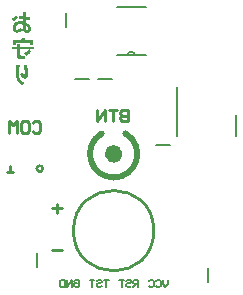
<source format=gbr>
%TF.GenerationSoftware,Altium Limited,Altium Designer,18.1.9 (240)*%
G04 Layer_Color=32896*
%FSLAX45Y45*%
%MOMM*%
%TF.FileFunction,Legend,Bot*%
%TF.Part,Single*%
G01*
G75*
%TA.AperFunction,NonConductor*%
%ADD18C,0.25400*%
%ADD31C,0.50000*%
%ADD32C,1.00000*%
%ADD33C,0.15240*%
%ADD34C,0.20000*%
G36*
X353005Y2506013D02*
X352137Y2503064D01*
X351097Y2499767D01*
X350229Y2496471D01*
X349362Y2493349D01*
X348668Y2490573D01*
X348321Y2489358D01*
X347974Y2488318D01*
X347800Y2487450D01*
X347627Y2486756D01*
X347453Y2486409D01*
Y2486236D01*
X417367D01*
Y2444600D01*
X390477D01*
Y2463336D01*
X276499D01*
Y2444600D01*
X249610D01*
Y2486236D01*
X316227D01*
X316921Y2489012D01*
X317615Y2491787D01*
X318135Y2494216D01*
X318829Y2496471D01*
X319349Y2498727D01*
X319696Y2500635D01*
X320217Y2502370D01*
X320564Y2503931D01*
X320911Y2505319D01*
X321258Y2506533D01*
X321605Y2507574D01*
X321778Y2508442D01*
X321952Y2509135D01*
Y2509656D01*
X322125Y2509829D01*
Y2510003D01*
X353005Y2506013D01*
D02*
G37*
G36*
X308767Y2433497D02*
X425000D01*
Y2409036D01*
X388048D01*
X403662Y2390474D01*
X396202Y2385096D01*
X388916Y2379544D01*
X382150Y2374166D01*
X378854Y2371391D01*
X375905Y2368962D01*
X372955Y2366533D01*
X370527Y2364451D01*
X368271Y2362370D01*
X366363Y2360808D01*
X364802Y2359420D01*
X363587Y2358380D01*
X362893Y2357686D01*
X362720Y2357512D01*
X344678Y2380759D01*
X352484Y2386484D01*
X359771Y2391688D01*
X363067Y2394290D01*
X366363Y2396546D01*
X369486Y2398801D01*
X372261Y2400709D01*
X374864Y2402617D01*
X377292Y2404179D01*
X379201Y2405567D01*
X380935Y2406781D01*
X382323Y2407822D01*
X383364Y2408516D01*
X384058Y2408863D01*
X384232Y2409036D01*
X308767D01*
Y2371391D01*
X308940Y2368442D01*
X309461Y2365839D01*
X310328Y2363584D01*
X311369Y2361502D01*
X312584Y2359941D01*
X314145Y2358553D01*
X315706Y2357339D01*
X317268Y2356471D01*
X318829Y2355777D01*
X320390Y2355257D01*
X321952Y2354910D01*
X323166Y2354736D01*
X324380Y2354563D01*
X325248Y2354389D01*
X330799D01*
X335657Y2354563D01*
X340514D01*
X344851Y2354736D01*
X346760D01*
X348494Y2354910D01*
X351444D01*
X352484Y2355083D01*
X354046D01*
X352831Y2350573D01*
X351617Y2346062D01*
X350576Y2341378D01*
X349535Y2337215D01*
X349015Y2335306D01*
X348668Y2333398D01*
X348321Y2331837D01*
X347974Y2330449D01*
X347800Y2329408D01*
X347627Y2328541D01*
X347453Y2328020D01*
Y2327847D01*
X310849Y2328541D01*
X308247Y2328714D01*
X305818Y2329061D01*
X301481Y2330102D01*
X297664Y2331490D01*
X294541Y2333051D01*
X292113Y2334613D01*
X290378Y2336000D01*
X289857Y2336521D01*
X289337Y2336868D01*
X288990Y2337215D01*
X287602Y2338776D01*
X286388Y2340684D01*
X284479Y2344675D01*
X283092Y2348838D01*
X282224Y2353002D01*
X281530Y2356645D01*
X281357Y2358380D01*
Y2359767D01*
X281183Y2360982D01*
Y2361849D01*
Y2362370D01*
Y2362543D01*
Y2409036D01*
X241629D01*
Y2433497D01*
X281183D01*
Y2455356D01*
X308767D01*
Y2433497D01*
D02*
G37*
G36*
X356803Y2684275D02*
X364436Y2683408D01*
X367906Y2683061D01*
X371375Y2682714D01*
X374498Y2682367D01*
X377621Y2682020D01*
X380396Y2681846D01*
X382999Y2681499D01*
X385254Y2681326D01*
X387509Y2681152D01*
X389244D01*
X390805Y2680979D01*
X392020D01*
X392887Y2680805D01*
X393581D01*
X391499Y2656865D01*
X387509Y2657212D01*
X383693Y2657385D01*
X380050Y2657732D01*
X376753Y2658079D01*
X373631Y2658253D01*
X370855Y2658600D01*
X368253Y2658773D01*
X365824Y2658947D01*
X363742Y2659294D01*
X362007Y2659467D01*
X360446Y2659641D01*
X359058D01*
X358191Y2659814D01*
X357323Y2659988D01*
X356803D01*
Y2636567D01*
X360620Y2634659D01*
X364089Y2632751D01*
X367559Y2630843D01*
X370508Y2628761D01*
X373457Y2626853D01*
X376059Y2624771D01*
X378488Y2622862D01*
X380570Y2620954D01*
X382478Y2619219D01*
X384213Y2617658D01*
X385601Y2616270D01*
X386815Y2615056D01*
X387683Y2614015D01*
X388377Y2613321D01*
X388724Y2612800D01*
X388897Y2612627D01*
X390805Y2609851D01*
X392540Y2607249D01*
X394102Y2604473D01*
X395316Y2601871D01*
X396357Y2599442D01*
X397224Y2596840D01*
X398612Y2592330D01*
X399133Y2590421D01*
X399480Y2588513D01*
X399653Y2586952D01*
X399826Y2585564D01*
X400000Y2584523D01*
Y2583655D01*
Y2583135D01*
Y2582962D01*
X399826Y2580186D01*
X399653Y2577757D01*
X398612Y2573073D01*
X397051Y2568910D01*
X395316Y2565613D01*
X394449Y2564052D01*
X393581Y2562838D01*
X392714Y2561797D01*
X392020Y2560756D01*
X391499Y2560062D01*
X390979Y2559541D01*
X390805Y2559368D01*
X390632Y2559195D01*
X388724Y2557633D01*
X386815Y2556245D01*
X384734Y2554857D01*
X382652Y2553817D01*
X378488Y2552255D01*
X374325Y2551214D01*
X372590Y2550694D01*
X370855Y2550520D01*
X369294Y2550347D01*
X367906Y2550173D01*
X366865Y2550000D01*
X365304D01*
X362528Y2550173D01*
X359752Y2550347D01*
X354895Y2551561D01*
X350731Y2552949D01*
X348996Y2553817D01*
X347261Y2554857D01*
X345874Y2555725D01*
X344486Y2556592D01*
X343445Y2557286D01*
X342404Y2557980D01*
X341710Y2558674D01*
X341190Y2559195D01*
X341016Y2559368D01*
X340843Y2559541D01*
X339281Y2561450D01*
X337893Y2563358D01*
X336679Y2565440D01*
X335638Y2567522D01*
X334077Y2571859D01*
X332862Y2576022D01*
X332515Y2577931D01*
X332342Y2579839D01*
X332168Y2581400D01*
X331995Y2582788D01*
X331822Y2584002D01*
Y2584870D01*
Y2585390D01*
Y2585564D01*
Y2619740D01*
X327138Y2621128D01*
X322627Y2622168D01*
X318463Y2622862D01*
X314647Y2623383D01*
X313085Y2623556D01*
X311524Y2623730D01*
X310310D01*
X309269Y2623903D01*
X307187D01*
X304064Y2623730D01*
X301289Y2623556D01*
X295911Y2622515D01*
X293482Y2621822D01*
X291400Y2621128D01*
X289318Y2620434D01*
X287410Y2619566D01*
X285849Y2618699D01*
X284461Y2618005D01*
X283247Y2617311D01*
X282206Y2616617D01*
X281338Y2616097D01*
X280818Y2615576D01*
X280471Y2615403D01*
X280297Y2615229D01*
X278563Y2613668D01*
X276828Y2611933D01*
X275613Y2610198D01*
X274399Y2608637D01*
X273358Y2606902D01*
X272491Y2605167D01*
X271276Y2602218D01*
X270582Y2599442D01*
X270409Y2598401D01*
X270235Y2597361D01*
X270062Y2596493D01*
Y2595973D01*
Y2595626D01*
Y2595452D01*
X270235Y2592503D01*
X270756Y2589901D01*
X271450Y2587646D01*
X272144Y2585564D01*
X272838Y2584002D01*
X273532Y2582962D01*
X274052Y2582094D01*
X274226Y2581921D01*
X275787Y2580186D01*
X277522Y2578798D01*
X279430Y2577931D01*
X281165Y2577237D01*
X282553Y2576890D01*
X283941Y2576716D01*
X284634Y2576543D01*
X284981D01*
X287237Y2576716D01*
X289492Y2577410D01*
X291747Y2578278D01*
X294176Y2579318D01*
X296431Y2580706D01*
X298686Y2582268D01*
X303024Y2585737D01*
X305105Y2587299D01*
X306840Y2589033D01*
X308401Y2590595D01*
X309789Y2591983D01*
X311004Y2593024D01*
X311871Y2594064D01*
X312392Y2594585D01*
X312565Y2594758D01*
X328699Y2576196D01*
X324709Y2571859D01*
X320719Y2568042D01*
X316555Y2564919D01*
X312565Y2562144D01*
X308748Y2559715D01*
X304932Y2557633D01*
X301289Y2556072D01*
X297993Y2554857D01*
X294870Y2553817D01*
X291921Y2552949D01*
X289318Y2552429D01*
X287237Y2552082D01*
X285502Y2551908D01*
X284114Y2551735D01*
X283073D01*
X279950Y2551908D01*
X277001Y2552255D01*
X274226Y2552949D01*
X271797Y2553643D01*
X269368Y2554511D01*
X267113Y2555551D01*
X265031Y2556766D01*
X263123Y2557980D01*
X261388Y2559021D01*
X260000Y2560235D01*
X258786Y2561276D01*
X257745Y2562144D01*
X256877Y2562838D01*
X256357Y2563532D01*
X256010Y2563879D01*
X255836Y2564052D01*
X253928Y2566481D01*
X252367Y2568910D01*
X250979Y2571512D01*
X249765Y2574114D01*
X248724Y2576716D01*
X247856Y2579318D01*
X246642Y2584176D01*
X246121Y2586431D01*
X245774Y2588340D01*
X245601Y2590248D01*
X245428Y2591809D01*
X245254Y2593197D01*
Y2594064D01*
Y2594758D01*
Y2594932D01*
X245428Y2599095D01*
X245948Y2603085D01*
X246815Y2606902D01*
X247856Y2610372D01*
X249244Y2613668D01*
X250632Y2616791D01*
X252193Y2619740D01*
X253755Y2622342D01*
X255489Y2624771D01*
X257051Y2626853D01*
X258439Y2628587D01*
X259653Y2630149D01*
X260867Y2631363D01*
X261735Y2632230D01*
X262255Y2632751D01*
X262429Y2632924D01*
X265725Y2635700D01*
X269195Y2638129D01*
X272664Y2640211D01*
X276307Y2641945D01*
X279950Y2643507D01*
X283594Y2644721D01*
X287063Y2645762D01*
X290359Y2646629D01*
X293482Y2647150D01*
X296258Y2647670D01*
X298860Y2648017D01*
X301115Y2648364D01*
X302850D01*
X304238Y2648538D01*
X305452D01*
X309963Y2648364D01*
X314647Y2648017D01*
X318984Y2647497D01*
X323147Y2646803D01*
X324882Y2646456D01*
X326617Y2646109D01*
X328178Y2645936D01*
X329393Y2645589D01*
X330434Y2645415D01*
X331128Y2645242D01*
X331648Y2645068D01*
X331822D01*
Y2663457D01*
X326444Y2664151D01*
X320719Y2664845D01*
X315167Y2665712D01*
X309963Y2666580D01*
X307708Y2666927D01*
X305452Y2667274D01*
X303544Y2667621D01*
X301983Y2667968D01*
X300595Y2668141D01*
X299554Y2668315D01*
X298860Y2668488D01*
X298686D01*
X300942Y2692429D01*
X306667Y2691388D01*
X312218Y2690520D01*
X317423Y2689653D01*
X319851Y2689306D01*
X322107Y2689133D01*
X324188Y2688786D01*
X326097Y2688439D01*
X327658Y2688265D01*
X329219Y2688092D01*
X330260Y2687918D01*
X331128D01*
X331648Y2687745D01*
X331822D01*
Y2723655D01*
X356803D01*
Y2684275D01*
D02*
G37*
G36*
X294176Y2683061D02*
X289665Y2679071D01*
X285328Y2675254D01*
X281338Y2671784D01*
X277522Y2668315D01*
X274052Y2665192D01*
X270756Y2662243D01*
X267807Y2659467D01*
X265031Y2657038D01*
X262776Y2654783D01*
X260520Y2652701D01*
X258786Y2650967D01*
X257224Y2649579D01*
X256183Y2648538D01*
X255316Y2647670D01*
X254796Y2647150D01*
X254622Y2646976D01*
X236580Y2666406D01*
X239703Y2669356D01*
X242999Y2672305D01*
X249765Y2678203D01*
X256704Y2683928D01*
X260000Y2686704D01*
X263123Y2689306D01*
X266072Y2691561D01*
X268848Y2693817D01*
X271276Y2695725D01*
X273358Y2697460D01*
X275093Y2698674D01*
X276481Y2699715D01*
X277175Y2700409D01*
X277522Y2700582D01*
X294176Y2683061D01*
D02*
G37*
G36*
X367193Y2273154D02*
X368581Y2266388D01*
X369796Y2259796D01*
X371010Y2253377D01*
X371877Y2247305D01*
X372745Y2241406D01*
X373265Y2236029D01*
X373786Y2230824D01*
X374133Y2226140D01*
X374480Y2221977D01*
X374653Y2218333D01*
X374827Y2215211D01*
X375000Y2212608D01*
Y2211741D01*
Y2210874D01*
Y2210180D01*
Y2209659D01*
Y2209486D01*
Y2209312D01*
Y2204281D01*
X374827Y2199597D01*
X374480Y2195434D01*
X374306Y2191791D01*
X374133Y2190229D01*
X373959Y2188841D01*
Y2187627D01*
X373786Y2186586D01*
Y2185719D01*
X373612Y2185198D01*
Y2184851D01*
Y2184678D01*
X372918Y2180861D01*
X371704Y2177565D01*
X370316Y2174789D01*
X368928Y2172361D01*
X367540Y2170452D01*
X366326Y2169064D01*
X365632Y2168197D01*
X365285Y2167850D01*
X362683Y2165768D01*
X359907Y2164380D01*
X357305Y2163340D01*
X354876Y2162472D01*
X352794Y2162125D01*
X351059Y2161952D01*
X350019Y2161778D01*
X349672D01*
X347763Y2161952D01*
X345855Y2162125D01*
X343947Y2162646D01*
X342212Y2163340D01*
X338395Y2165074D01*
X334752Y2167503D01*
X331283Y2170279D01*
X327813Y2173228D01*
X324517Y2176524D01*
X321394Y2179994D01*
X318618Y2183290D01*
X316016Y2186586D01*
X313761Y2189709D01*
X311853Y2192311D01*
X310291Y2194740D01*
X309250Y2196475D01*
X308730Y2197169D01*
X308383Y2197689D01*
X308209Y2197863D01*
Y2198036D01*
X327813Y2213823D01*
X330068Y2209833D01*
X332323Y2206190D01*
X334232Y2203067D01*
X335967Y2200465D01*
X337701Y2198209D01*
X339089Y2196475D01*
X340304Y2194913D01*
X341518Y2193699D01*
X342385Y2192658D01*
X343253Y2191964D01*
X343947Y2191444D01*
X344467Y2191097D01*
X345161Y2190750D01*
X345335D01*
X346375Y2191097D01*
X347069Y2191617D01*
X347590Y2192138D01*
X347763Y2192485D01*
X347937Y2193005D01*
X348110Y2193872D01*
Y2194740D01*
X348284Y2195954D01*
X348457Y2198903D01*
Y2202026D01*
X348631Y2204975D01*
Y2206363D01*
Y2207578D01*
Y2208618D01*
Y2209312D01*
Y2209833D01*
Y2210006D01*
X348457Y2215384D01*
X348284Y2220762D01*
X347069Y2231865D01*
X346375Y2237243D01*
X345508Y2242621D01*
X344641Y2247825D01*
X343773Y2252683D01*
X342906Y2257193D01*
X342038Y2261530D01*
X341171Y2265174D01*
X340477Y2268296D01*
X339783Y2270898D01*
X339610Y2272113D01*
X339263Y2272980D01*
X339089Y2273674D01*
Y2274195D01*
X338916Y2274368D01*
Y2274542D01*
X365459Y2280093D01*
X367193Y2273154D01*
D02*
G37*
G36*
X304566Y2277144D02*
X303352Y2270205D01*
X302485Y2263612D01*
X301617Y2257193D01*
X300923Y2251295D01*
X300229Y2245570D01*
X299709Y2240366D01*
X299362Y2235508D01*
X299015Y2231171D01*
X298668Y2227181D01*
X298494Y2223711D01*
X298321Y2220589D01*
Y2218160D01*
X298147Y2216078D01*
Y2214690D01*
Y2213823D01*
Y2213476D01*
X298321Y2206710D01*
X298668Y2200291D01*
X299188Y2194393D01*
X299882Y2188841D01*
X300923Y2183810D01*
X301791Y2179300D01*
X302831Y2175136D01*
X303872Y2171493D01*
X305087Y2168371D01*
X306128Y2165421D01*
X306995Y2163166D01*
X307862Y2161258D01*
X308730Y2159696D01*
X309250Y2158656D01*
X309597Y2157962D01*
X309771Y2157788D01*
X312026Y2154492D01*
X314802Y2151196D01*
X317577Y2148073D01*
X320527Y2145124D01*
X323649Y2142175D01*
X326772Y2139573D01*
X329895Y2136970D01*
X333017Y2134715D01*
X335967Y2132460D01*
X338742Y2130551D01*
X341171Y2128990D01*
X343253Y2127602D01*
X345161Y2126561D01*
X346375Y2125694D01*
X347243Y2125174D01*
X347590Y2125000D01*
X328333Y2104703D01*
X323476Y2107825D01*
X318792Y2111122D01*
X314455Y2114418D01*
X310465Y2117714D01*
X306648Y2121010D01*
X303352Y2124306D01*
X300229Y2127429D01*
X297454Y2130378D01*
X295025Y2133154D01*
X292770Y2135756D01*
X291035Y2138185D01*
X289473Y2140093D01*
X288432Y2141654D01*
X287565Y2142869D01*
X287045Y2143736D01*
X286871Y2143910D01*
X284269Y2148420D01*
X282187Y2153278D01*
X280105Y2158482D01*
X278544Y2163860D01*
X277156Y2169411D01*
X275942Y2174963D01*
X275074Y2180341D01*
X274207Y2185545D01*
X273687Y2190576D01*
X273166Y2195087D01*
X272993Y2199250D01*
X272646Y2202893D01*
Y2204455D01*
Y2205843D01*
X272472Y2207057D01*
Y2208098D01*
Y2208965D01*
Y2209486D01*
Y2209833D01*
Y2210006D01*
Y2215558D01*
X272646Y2221456D01*
X273340Y2233253D01*
X273687Y2239151D01*
X274207Y2245050D01*
X274727Y2250775D01*
X275248Y2256152D01*
X275768Y2261183D01*
X276289Y2265694D01*
X276809Y2269858D01*
X277156Y2273327D01*
X277330Y2274889D01*
X277503Y2276276D01*
X277677Y2277491D01*
X277850Y2278532D01*
Y2279226D01*
X278024Y2279746D01*
Y2280093D01*
Y2280266D01*
X304566Y2277144D01*
D02*
G37*
%LPC*%
G36*
X356803Y2608810D02*
Y2584696D01*
X356976Y2582962D01*
X357150Y2581574D01*
X357670Y2580186D01*
X358191Y2579145D01*
X359752Y2577410D01*
X361487Y2576196D01*
X363222Y2575502D01*
X364783Y2575155D01*
X365824Y2574981D01*
X366171D01*
X367732Y2575155D01*
X368947Y2575328D01*
X370161Y2575849D01*
X371028Y2576369D01*
X371896Y2576716D01*
X372416Y2577237D01*
X372763Y2577410D01*
X372937Y2577584D01*
X373804Y2578625D01*
X374498Y2579839D01*
X374845Y2581053D01*
X375192Y2582094D01*
X375366Y2583135D01*
X375539Y2583829D01*
Y2584349D01*
Y2584523D01*
X375366Y2586778D01*
X374672Y2588860D01*
X373804Y2591115D01*
X372763Y2593024D01*
X371896Y2594758D01*
X371028Y2595973D01*
X370335Y2596840D01*
X370161Y2597187D01*
X368079Y2599616D01*
X365824Y2601871D01*
X363569Y2603953D01*
X361487Y2605688D01*
X359579Y2606902D01*
X358191Y2607943D01*
X357150Y2608637D01*
X356803Y2608810D01*
D02*
G37*
%LPD*%
D18*
X500000Y1400000D02*
G03*
X500000Y1400000I-25000J0D01*
G01*
X1440147Y875000D02*
G03*
X1440147Y875000I-340147J0D01*
G01*
X200000Y1375000D02*
X250000D01*
X225000D02*
X250000D01*
X225000D02*
Y1425000D01*
X580000Y715000D02*
X660000D01*
X620000Y1105000D02*
X620000Y1025000D01*
X620000Y1105000D02*
X620000Y1065000D01*
X580000D02*
X660000D01*
X413355Y1783307D02*
X430016Y1799968D01*
X463339D01*
X480000Y1783307D01*
Y1716662D01*
X463339Y1700000D01*
X430016D01*
X413355Y1716662D01*
X330048Y1799968D02*
X363371D01*
X380032Y1783307D01*
Y1716662D01*
X363371Y1700000D01*
X330048D01*
X313387Y1716662D01*
Y1783307D01*
X330048Y1799968D01*
X280064Y1700000D02*
Y1799968D01*
X246742Y1766645D01*
X213419Y1799968D01*
Y1700000D01*
X1225000Y1899968D02*
Y1800000D01*
X1175016D01*
X1158355Y1816661D01*
Y1833322D01*
X1175016Y1849984D01*
X1225000D01*
X1175016D01*
X1158355Y1866645D01*
Y1883306D01*
X1175016Y1899968D01*
X1225000D01*
X1125032D02*
X1058387D01*
X1091710D01*
Y1800000D01*
X1025064D02*
Y1899968D01*
X958419Y1800000D01*
Y1899968D01*
D31*
X1000000Y1698205D02*
G03*
X1200000Y1698205I100000J-173205D01*
G01*
D32*
X1125000Y1525000D02*
G03*
X1125000Y1525000I-25000J0D01*
G01*
D33*
X1280480Y2359647D02*
G03*
X1219520Y2359647I-30480J0D01*
G01*
X1128080Y2766047D02*
X1371920D01*
X1280480Y2359647D02*
X1371920D01*
X1219520D02*
X1280480D01*
X1128080D02*
X1219520D01*
D34*
X1640000Y1672847D02*
Y2092847D01*
X2140000Y1672847D02*
Y1852847D01*
X1900000Y440000D02*
Y560000D01*
X450000Y565000D02*
Y685000D01*
X970000Y2162847D02*
X1090000D01*
X770000D02*
X890000D01*
X700000Y2599367D02*
Y2719367D01*
X1456747Y1600000D02*
X1576747D01*
X768013Y449984D02*
X778010Y459981D01*
X798003D01*
X808000Y449984D01*
Y409997D01*
X798003Y400000D01*
X778010D01*
X768013Y409997D01*
Y429990D01*
X788007D01*
X748020Y400000D02*
Y459981D01*
X708033Y400000D01*
Y459981D01*
X688039D02*
Y400000D01*
X658049D01*
X648052Y409997D01*
Y449984D01*
X658049Y459981D01*
X688039D01*
X1058000D02*
X1018013D01*
X1038007D01*
Y400000D01*
X958033Y449984D02*
X968029Y459981D01*
X988023D01*
X998020Y449984D01*
Y439987D01*
X988023Y429990D01*
X968029D01*
X958033Y419994D01*
Y409997D01*
X968029Y400000D01*
X988023D01*
X998020Y409997D01*
X938039Y459981D02*
X898052D01*
X918045D01*
Y400000D01*
X1308000D02*
Y459981D01*
X1278010D01*
X1268013Y449984D01*
Y429990D01*
X1278010Y419994D01*
X1308000D01*
X1288007D02*
X1268013Y400000D01*
X1208033Y449984D02*
X1218029Y459981D01*
X1238023D01*
X1248020Y449984D01*
Y439987D01*
X1238023Y429990D01*
X1218029D01*
X1208033Y419994D01*
Y409997D01*
X1218029Y400000D01*
X1238023D01*
X1248020Y409997D01*
X1188039Y459981D02*
X1148052D01*
X1168045D01*
Y400000D01*
X1558000Y459981D02*
Y419994D01*
X1538007Y400000D01*
X1518013Y419994D01*
Y459981D01*
X1458033Y449984D02*
X1468029Y459981D01*
X1488023D01*
X1498020Y449984D01*
Y409997D01*
X1488023Y400000D01*
X1468029D01*
X1458033Y409997D01*
X1398052Y449984D02*
X1408049Y459981D01*
X1428042D01*
X1438039Y449984D01*
Y409997D01*
X1428042Y400000D01*
X1408049D01*
X1398052Y409997D01*
%TF.MD5,51751111445c4a2e394da1fa0b018000*%
M02*

</source>
